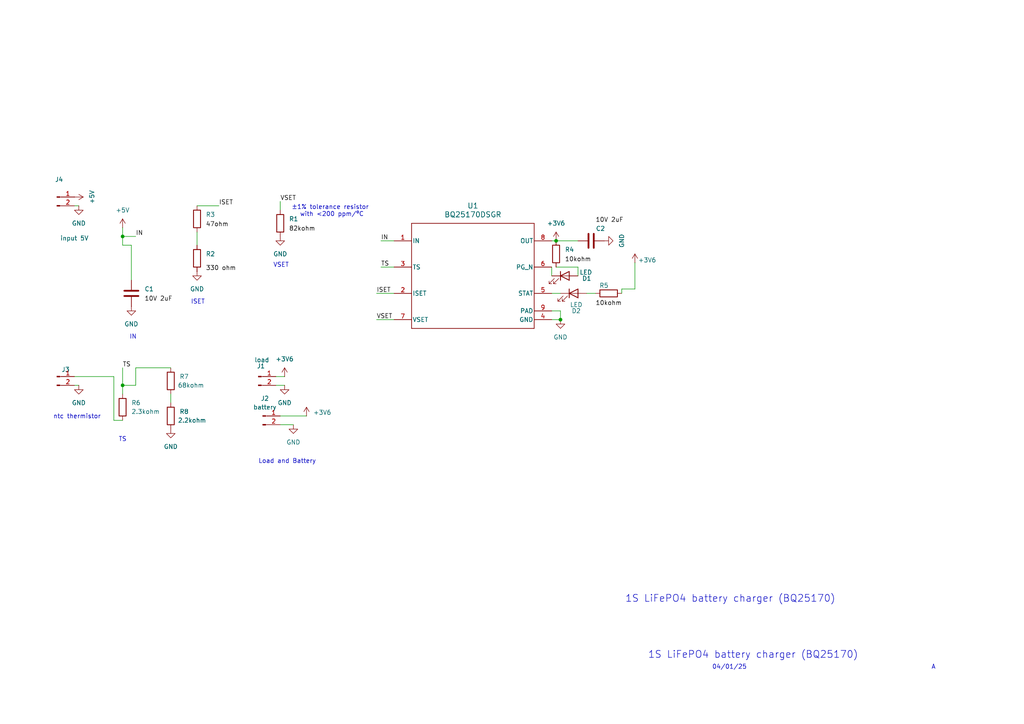
<source format=kicad_sch>
(kicad_sch
	(version 20250114)
	(generator "eeschema")
	(generator_version "9.0")
	(uuid "4e5bd02d-1634-42ed-9cbe-5a906c80cde4")
	(paper "A4")
	(lib_symbols
		(symbol "Connector:Conn_01x02_Pin"
			(pin_names
				(offset 1.016)
				(hide yes)
			)
			(exclude_from_sim no)
			(in_bom yes)
			(on_board yes)
			(property "Reference" "J"
				(at 0 2.54 0)
				(effects
					(font
						(size 1.27 1.27)
					)
				)
			)
			(property "Value" "Conn_01x02_Pin"
				(at 0 -5.08 0)
				(effects
					(font
						(size 1.27 1.27)
					)
				)
			)
			(property "Footprint" ""
				(at 0 0 0)
				(effects
					(font
						(size 1.27 1.27)
					)
					(hide yes)
				)
			)
			(property "Datasheet" "~"
				(at 0 0 0)
				(effects
					(font
						(size 1.27 1.27)
					)
					(hide yes)
				)
			)
			(property "Description" "Generic connector, single row, 01x02, script generated"
				(at 0 0 0)
				(effects
					(font
						(size 1.27 1.27)
					)
					(hide yes)
				)
			)
			(property "ki_locked" ""
				(at 0 0 0)
				(effects
					(font
						(size 1.27 1.27)
					)
				)
			)
			(property "ki_keywords" "connector"
				(at 0 0 0)
				(effects
					(font
						(size 1.27 1.27)
					)
					(hide yes)
				)
			)
			(property "ki_fp_filters" "Connector*:*_1x??_*"
				(at 0 0 0)
				(effects
					(font
						(size 1.27 1.27)
					)
					(hide yes)
				)
			)
			(symbol "Conn_01x02_Pin_1_1"
				(rectangle
					(start 0.8636 0.127)
					(end 0 -0.127)
					(stroke
						(width 0.1524)
						(type default)
					)
					(fill
						(type outline)
					)
				)
				(rectangle
					(start 0.8636 -2.413)
					(end 0 -2.667)
					(stroke
						(width 0.1524)
						(type default)
					)
					(fill
						(type outline)
					)
				)
				(polyline
					(pts
						(xy 1.27 0) (xy 0.8636 0)
					)
					(stroke
						(width 0.1524)
						(type default)
					)
					(fill
						(type none)
					)
				)
				(polyline
					(pts
						(xy 1.27 -2.54) (xy 0.8636 -2.54)
					)
					(stroke
						(width 0.1524)
						(type default)
					)
					(fill
						(type none)
					)
				)
				(pin passive line
					(at 5.08 0 180)
					(length 3.81)
					(name "Pin_1"
						(effects
							(font
								(size 1.27 1.27)
							)
						)
					)
					(number "1"
						(effects
							(font
								(size 1.27 1.27)
							)
						)
					)
				)
				(pin passive line
					(at 5.08 -2.54 180)
					(length 3.81)
					(name "Pin_2"
						(effects
							(font
								(size 1.27 1.27)
							)
						)
					)
					(number "2"
						(effects
							(font
								(size 1.27 1.27)
							)
						)
					)
				)
			)
			(embedded_fonts no)
		)
		(symbol "Device:C"
			(pin_numbers
				(hide yes)
			)
			(pin_names
				(offset 0.254)
			)
			(exclude_from_sim no)
			(in_bom yes)
			(on_board yes)
			(property "Reference" "C"
				(at 0.635 2.54 0)
				(effects
					(font
						(size 1.27 1.27)
					)
					(justify left)
				)
			)
			(property "Value" "C"
				(at 0.635 -2.54 0)
				(effects
					(font
						(size 1.27 1.27)
					)
					(justify left)
				)
			)
			(property "Footprint" ""
				(at 0.9652 -3.81 0)
				(effects
					(font
						(size 1.27 1.27)
					)
					(hide yes)
				)
			)
			(property "Datasheet" "~"
				(at 0 0 0)
				(effects
					(font
						(size 1.27 1.27)
					)
					(hide yes)
				)
			)
			(property "Description" "Unpolarized capacitor"
				(at 0 0 0)
				(effects
					(font
						(size 1.27 1.27)
					)
					(hide yes)
				)
			)
			(property "ki_keywords" "cap capacitor"
				(at 0 0 0)
				(effects
					(font
						(size 1.27 1.27)
					)
					(hide yes)
				)
			)
			(property "ki_fp_filters" "C_*"
				(at 0 0 0)
				(effects
					(font
						(size 1.27 1.27)
					)
					(hide yes)
				)
			)
			(symbol "C_0_1"
				(polyline
					(pts
						(xy -2.032 0.762) (xy 2.032 0.762)
					)
					(stroke
						(width 0.508)
						(type default)
					)
					(fill
						(type none)
					)
				)
				(polyline
					(pts
						(xy -2.032 -0.762) (xy 2.032 -0.762)
					)
					(stroke
						(width 0.508)
						(type default)
					)
					(fill
						(type none)
					)
				)
			)
			(symbol "C_1_1"
				(pin passive line
					(at 0 3.81 270)
					(length 2.794)
					(name "~"
						(effects
							(font
								(size 1.27 1.27)
							)
						)
					)
					(number "1"
						(effects
							(font
								(size 1.27 1.27)
							)
						)
					)
				)
				(pin passive line
					(at 0 -3.81 90)
					(length 2.794)
					(name "~"
						(effects
							(font
								(size 1.27 1.27)
							)
						)
					)
					(number "2"
						(effects
							(font
								(size 1.27 1.27)
							)
						)
					)
				)
			)
			(embedded_fonts no)
		)
		(symbol "Device:LED"
			(pin_numbers
				(hide yes)
			)
			(pin_names
				(offset 1.016)
				(hide yes)
			)
			(exclude_from_sim no)
			(in_bom yes)
			(on_board yes)
			(property "Reference" "D"
				(at 0 2.54 0)
				(effects
					(font
						(size 1.27 1.27)
					)
				)
			)
			(property "Value" "LED"
				(at 0 -2.54 0)
				(effects
					(font
						(size 1.27 1.27)
					)
				)
			)
			(property "Footprint" ""
				(at 0 0 0)
				(effects
					(font
						(size 1.27 1.27)
					)
					(hide yes)
				)
			)
			(property "Datasheet" "~"
				(at 0 0 0)
				(effects
					(font
						(size 1.27 1.27)
					)
					(hide yes)
				)
			)
			(property "Description" "Light emitting diode"
				(at 0 0 0)
				(effects
					(font
						(size 1.27 1.27)
					)
					(hide yes)
				)
			)
			(property "Sim.Pins" "1=K 2=A"
				(at 0 0 0)
				(effects
					(font
						(size 1.27 1.27)
					)
					(hide yes)
				)
			)
			(property "ki_keywords" "LED diode"
				(at 0 0 0)
				(effects
					(font
						(size 1.27 1.27)
					)
					(hide yes)
				)
			)
			(property "ki_fp_filters" "LED* LED_SMD:* LED_THT:*"
				(at 0 0 0)
				(effects
					(font
						(size 1.27 1.27)
					)
					(hide yes)
				)
			)
			(symbol "LED_0_1"
				(polyline
					(pts
						(xy -3.048 -0.762) (xy -4.572 -2.286) (xy -3.81 -2.286) (xy -4.572 -2.286) (xy -4.572 -1.524)
					)
					(stroke
						(width 0)
						(type default)
					)
					(fill
						(type none)
					)
				)
				(polyline
					(pts
						(xy -1.778 -0.762) (xy -3.302 -2.286) (xy -2.54 -2.286) (xy -3.302 -2.286) (xy -3.302 -1.524)
					)
					(stroke
						(width 0)
						(type default)
					)
					(fill
						(type none)
					)
				)
				(polyline
					(pts
						(xy -1.27 0) (xy 1.27 0)
					)
					(stroke
						(width 0)
						(type default)
					)
					(fill
						(type none)
					)
				)
				(polyline
					(pts
						(xy -1.27 -1.27) (xy -1.27 1.27)
					)
					(stroke
						(width 0.254)
						(type default)
					)
					(fill
						(type none)
					)
				)
				(polyline
					(pts
						(xy 1.27 -1.27) (xy 1.27 1.27) (xy -1.27 0) (xy 1.27 -1.27)
					)
					(stroke
						(width 0.254)
						(type default)
					)
					(fill
						(type none)
					)
				)
			)
			(symbol "LED_1_1"
				(pin passive line
					(at -3.81 0 0)
					(length 2.54)
					(name "K"
						(effects
							(font
								(size 1.27 1.27)
							)
						)
					)
					(number "1"
						(effects
							(font
								(size 1.27 1.27)
							)
						)
					)
				)
				(pin passive line
					(at 3.81 0 180)
					(length 2.54)
					(name "A"
						(effects
							(font
								(size 1.27 1.27)
							)
						)
					)
					(number "2"
						(effects
							(font
								(size 1.27 1.27)
							)
						)
					)
				)
			)
			(embedded_fonts no)
		)
		(symbol "Device:R"
			(pin_numbers
				(hide yes)
			)
			(pin_names
				(offset 0)
			)
			(exclude_from_sim no)
			(in_bom yes)
			(on_board yes)
			(property "Reference" "R"
				(at 2.032 0 90)
				(effects
					(font
						(size 1.27 1.27)
					)
				)
			)
			(property "Value" "R"
				(at 0 0 90)
				(effects
					(font
						(size 1.27 1.27)
					)
				)
			)
			(property "Footprint" ""
				(at -1.778 0 90)
				(effects
					(font
						(size 1.27 1.27)
					)
					(hide yes)
				)
			)
			(property "Datasheet" "~"
				(at 0 0 0)
				(effects
					(font
						(size 1.27 1.27)
					)
					(hide yes)
				)
			)
			(property "Description" "Resistor"
				(at 0 0 0)
				(effects
					(font
						(size 1.27 1.27)
					)
					(hide yes)
				)
			)
			(property "ki_keywords" "R res resistor"
				(at 0 0 0)
				(effects
					(font
						(size 1.27 1.27)
					)
					(hide yes)
				)
			)
			(property "ki_fp_filters" "R_*"
				(at 0 0 0)
				(effects
					(font
						(size 1.27 1.27)
					)
					(hide yes)
				)
			)
			(symbol "R_0_1"
				(rectangle
					(start -1.016 -2.54)
					(end 1.016 2.54)
					(stroke
						(width 0.254)
						(type default)
					)
					(fill
						(type none)
					)
				)
			)
			(symbol "R_1_1"
				(pin passive line
					(at 0 3.81 270)
					(length 1.27)
					(name "~"
						(effects
							(font
								(size 1.27 1.27)
							)
						)
					)
					(number "1"
						(effects
							(font
								(size 1.27 1.27)
							)
						)
					)
				)
				(pin passive line
					(at 0 -3.81 90)
					(length 1.27)
					(name "~"
						(effects
							(font
								(size 1.27 1.27)
							)
						)
					)
					(number "2"
						(effects
							(font
								(size 1.27 1.27)
							)
						)
					)
				)
			)
			(embedded_fonts no)
		)
		(symbol "bq25170:BQ25170DSGR"
			(pin_names
				(offset 0.254)
			)
			(exclude_from_sim no)
			(in_bom yes)
			(on_board yes)
			(property "Reference" "U"
				(at 0 2.54 0)
				(effects
					(font
						(size 1.524 1.524)
					)
				)
			)
			(property "Value" "BQ25170DSGR"
				(at 0 0 0)
				(effects
					(font
						(size 1.524 1.524)
					)
				)
			)
			(property "Footprint" "DSG0008A"
				(at 0 0 0)
				(effects
					(font
						(size 1.27 1.27)
						(italic yes)
					)
					(hide yes)
				)
			)
			(property "Datasheet" "https://www.ti.com/lit/gpn/bq25170"
				(at 0 0 0)
				(effects
					(font
						(size 1.27 1.27)
						(italic yes)
					)
					(hide yes)
				)
			)
			(property "Description" ""
				(at 0 0 0)
				(effects
					(font
						(size 1.27 1.27)
					)
					(hide yes)
				)
			)
			(property "ki_locked" ""
				(at 0 0 0)
				(effects
					(font
						(size 1.27 1.27)
					)
				)
			)
			(property "ki_keywords" "BQ25170DSGR"
				(at 0 0 0)
				(effects
					(font
						(size 1.27 1.27)
					)
					(hide yes)
				)
			)
			(property "ki_fp_filters" "DSG0008A DSG0008A_NV"
				(at 0 0 0)
				(effects
					(font
						(size 1.27 1.27)
					)
					(hide yes)
				)
			)
			(symbol "BQ25170DSGR_0_1"
				(polyline
					(pts
						(xy -17.78 15.24) (xy -17.78 -15.24)
					)
					(stroke
						(width 0.2032)
						(type default)
					)
					(fill
						(type none)
					)
				)
				(polyline
					(pts
						(xy -17.78 -15.24) (xy 17.78 -15.24)
					)
					(stroke
						(width 0.2032)
						(type default)
					)
					(fill
						(type none)
					)
				)
				(polyline
					(pts
						(xy 17.78 15.24) (xy -17.78 15.24)
					)
					(stroke
						(width 0.2032)
						(type default)
					)
					(fill
						(type none)
					)
				)
				(polyline
					(pts
						(xy 17.78 -15.24) (xy 17.78 15.24)
					)
					(stroke
						(width 0.2032)
						(type default)
					)
					(fill
						(type none)
					)
				)
				(pin power_in line
					(at -22.86 10.16 0)
					(length 5.08)
					(name "IN"
						(effects
							(font
								(size 1.27 1.27)
							)
						)
					)
					(number "1"
						(effects
							(font
								(size 1.27 1.27)
							)
						)
					)
				)
				(pin bidirectional line
					(at -22.86 2.54 0)
					(length 5.08)
					(name "TS"
						(effects
							(font
								(size 1.27 1.27)
							)
						)
					)
					(number "3"
						(effects
							(font
								(size 1.27 1.27)
							)
						)
					)
				)
				(pin input line
					(at -22.86 -5.08 0)
					(length 5.08)
					(name "ISET"
						(effects
							(font
								(size 1.27 1.27)
							)
						)
					)
					(number "2"
						(effects
							(font
								(size 1.27 1.27)
							)
						)
					)
				)
				(pin input line
					(at -22.86 -12.7 0)
					(length 5.08)
					(name "VSET"
						(effects
							(font
								(size 1.27 1.27)
							)
						)
					)
					(number "7"
						(effects
							(font
								(size 1.27 1.27)
							)
						)
					)
				)
				(pin output line
					(at 22.86 10.16 180)
					(length 5.08)
					(name "OUT"
						(effects
							(font
								(size 1.27 1.27)
							)
						)
					)
					(number "8"
						(effects
							(font
								(size 1.27 1.27)
							)
						)
					)
				)
				(pin output line
					(at 22.86 2.54 180)
					(length 5.08)
					(name "PG_N"
						(effects
							(font
								(size 1.27 1.27)
							)
						)
					)
					(number "6"
						(effects
							(font
								(size 1.27 1.27)
							)
						)
					)
				)
				(pin output line
					(at 22.86 -5.08 180)
					(length 5.08)
					(name "STAT"
						(effects
							(font
								(size 1.27 1.27)
							)
						)
					)
					(number "5"
						(effects
							(font
								(size 1.27 1.27)
							)
						)
					)
				)
				(pin power_in line
					(at 22.86 -10.16 180)
					(length 5.08)
					(name "PAD"
						(effects
							(font
								(size 1.27 1.27)
							)
						)
					)
					(number "9"
						(effects
							(font
								(size 1.27 1.27)
							)
						)
					)
				)
				(pin power_in line
					(at 22.86 -12.7 180)
					(length 5.08)
					(name "GND"
						(effects
							(font
								(size 1.27 1.27)
							)
						)
					)
					(number "4"
						(effects
							(font
								(size 1.27 1.27)
							)
						)
					)
				)
			)
			(embedded_fonts no)
		)
		(symbol "power:+3V3"
			(power)
			(pin_numbers
				(hide yes)
			)
			(pin_names
				(offset 0)
				(hide yes)
			)
			(exclude_from_sim no)
			(in_bom yes)
			(on_board yes)
			(property "Reference" "#PWR"
				(at 0 -3.81 0)
				(effects
					(font
						(size 1.27 1.27)
					)
					(hide yes)
				)
			)
			(property "Value" "+3V3"
				(at 0 3.556 0)
				(effects
					(font
						(size 1.27 1.27)
					)
				)
			)
			(property "Footprint" ""
				(at 0 0 0)
				(effects
					(font
						(size 1.27 1.27)
					)
					(hide yes)
				)
			)
			(property "Datasheet" ""
				(at 0 0 0)
				(effects
					(font
						(size 1.27 1.27)
					)
					(hide yes)
				)
			)
			(property "Description" "Power symbol creates a global label with name \"+3V3\""
				(at 0 0 0)
				(effects
					(font
						(size 1.27 1.27)
					)
					(hide yes)
				)
			)
			(property "ki_keywords" "global power"
				(at 0 0 0)
				(effects
					(font
						(size 1.27 1.27)
					)
					(hide yes)
				)
			)
			(symbol "+3V3_0_1"
				(polyline
					(pts
						(xy -0.762 1.27) (xy 0 2.54)
					)
					(stroke
						(width 0)
						(type default)
					)
					(fill
						(type none)
					)
				)
				(polyline
					(pts
						(xy 0 2.54) (xy 0.762 1.27)
					)
					(stroke
						(width 0)
						(type default)
					)
					(fill
						(type none)
					)
				)
				(polyline
					(pts
						(xy 0 0) (xy 0 2.54)
					)
					(stroke
						(width 0)
						(type default)
					)
					(fill
						(type none)
					)
				)
			)
			(symbol "+3V3_1_1"
				(pin power_in line
					(at 0 0 90)
					(length 0)
					(name "~"
						(effects
							(font
								(size 1.27 1.27)
							)
						)
					)
					(number "1"
						(effects
							(font
								(size 1.27 1.27)
							)
						)
					)
				)
			)
			(embedded_fonts no)
		)
		(symbol "power:+5V"
			(power)
			(pin_numbers
				(hide yes)
			)
			(pin_names
				(offset 0)
				(hide yes)
			)
			(exclude_from_sim no)
			(in_bom yes)
			(on_board yes)
			(property "Reference" "#PWR"
				(at 0 -3.81 0)
				(effects
					(font
						(size 1.27 1.27)
					)
					(hide yes)
				)
			)
			(property "Value" "+5V"
				(at 0 3.556 0)
				(effects
					(font
						(size 1.27 1.27)
					)
				)
			)
			(property "Footprint" ""
				(at 0 0 0)
				(effects
					(font
						(size 1.27 1.27)
					)
					(hide yes)
				)
			)
			(property "Datasheet" ""
				(at 0 0 0)
				(effects
					(font
						(size 1.27 1.27)
					)
					(hide yes)
				)
			)
			(property "Description" "Power symbol creates a global label with name \"+5V\""
				(at 0 0 0)
				(effects
					(font
						(size 1.27 1.27)
					)
					(hide yes)
				)
			)
			(property "ki_keywords" "global power"
				(at 0 0 0)
				(effects
					(font
						(size 1.27 1.27)
					)
					(hide yes)
				)
			)
			(symbol "+5V_0_1"
				(polyline
					(pts
						(xy -0.762 1.27) (xy 0 2.54)
					)
					(stroke
						(width 0)
						(type default)
					)
					(fill
						(type none)
					)
				)
				(polyline
					(pts
						(xy 0 2.54) (xy 0.762 1.27)
					)
					(stroke
						(width 0)
						(type default)
					)
					(fill
						(type none)
					)
				)
				(polyline
					(pts
						(xy 0 0) (xy 0 2.54)
					)
					(stroke
						(width 0)
						(type default)
					)
					(fill
						(type none)
					)
				)
			)
			(symbol "+5V_1_1"
				(pin power_in line
					(at 0 0 90)
					(length 0)
					(name "~"
						(effects
							(font
								(size 1.27 1.27)
							)
						)
					)
					(number "1"
						(effects
							(font
								(size 1.27 1.27)
							)
						)
					)
				)
			)
			(embedded_fonts no)
		)
		(symbol "power:GND"
			(power)
			(pin_numbers
				(hide yes)
			)
			(pin_names
				(offset 0)
				(hide yes)
			)
			(exclude_from_sim no)
			(in_bom yes)
			(on_board yes)
			(property "Reference" "#PWR"
				(at 0 -6.35 0)
				(effects
					(font
						(size 1.27 1.27)
					)
					(hide yes)
				)
			)
			(property "Value" "GND"
				(at 0 -3.81 0)
				(effects
					(font
						(size 1.27 1.27)
					)
				)
			)
			(property "Footprint" ""
				(at 0 0 0)
				(effects
					(font
						(size 1.27 1.27)
					)
					(hide yes)
				)
			)
			(property "Datasheet" ""
				(at 0 0 0)
				(effects
					(font
						(size 1.27 1.27)
					)
					(hide yes)
				)
			)
			(property "Description" "Power symbol creates a global label with name \"GND\" , ground"
				(at 0 0 0)
				(effects
					(font
						(size 1.27 1.27)
					)
					(hide yes)
				)
			)
			(property "ki_keywords" "global power"
				(at 0 0 0)
				(effects
					(font
						(size 1.27 1.27)
					)
					(hide yes)
				)
			)
			(symbol "GND_0_1"
				(polyline
					(pts
						(xy 0 0) (xy 0 -1.27) (xy 1.27 -1.27) (xy 0 -2.54) (xy -1.27 -1.27) (xy 0 -1.27)
					)
					(stroke
						(width 0)
						(type default)
					)
					(fill
						(type none)
					)
				)
			)
			(symbol "GND_1_1"
				(pin power_in line
					(at 0 0 270)
					(length 0)
					(name "~"
						(effects
							(font
								(size 1.27 1.27)
							)
						)
					)
					(number "1"
						(effects
							(font
								(size 1.27 1.27)
							)
						)
					)
				)
			)
			(embedded_fonts no)
		)
	)
	(text "VSET"
		(exclude_from_sim no)
		(at 81.534 76.962 0)
		(effects
			(font
				(size 1.27 1.27)
			)
		)
		(uuid "00cdca95-979e-4bf7-898a-a377374c7bce")
	)
	(text "±1% tolerance resistor \nwith <200 ppm/ºC"
		(exclude_from_sim no)
		(at 96.266 61.214 0)
		(effects
			(font
				(size 1.27 1.27)
			)
		)
		(uuid "0428908c-c8f1-4a10-b20a-6b1843b435c7")
	)
	(text "04/01/25"
		(exclude_from_sim no)
		(at 211.582 193.548 0)
		(effects
			(font
				(size 1.27 1.27)
			)
		)
		(uuid "21986a54-7d56-4ecc-9099-c9adf0da4685")
	)
	(text "IN"
		(exclude_from_sim no)
		(at 38.608 97.79 0)
		(effects
			(font
				(size 1.27 1.27)
			)
		)
		(uuid "2a51a818-caf9-4102-9eec-7ed5f9e6cedc")
	)
	(text "A"
		(exclude_from_sim no)
		(at 270.764 193.548 0)
		(effects
			(font
				(size 1.27 1.27)
			)
		)
		(uuid "5b1825ef-71de-487c-a570-3f02b24f415a")
	)
	(text "1S LiFePO4 battery charger (BQ25170)"
		(exclude_from_sim no)
		(at 211.836 173.736 0)
		(effects
			(font
				(size 2.032 2.032)
			)
		)
		(uuid "6c6890c1-ef89-4338-aaca-c7af47936322")
	)
	(text "Load and Battery"
		(exclude_from_sim no)
		(at 83.312 133.858 0)
		(effects
			(font
				(size 1.27 1.27)
			)
		)
		(uuid "a451711d-eda4-409b-b643-38b9d9df32fb")
	)
	(text "ntc thermistor"
		(exclude_from_sim no)
		(at 22.352 120.904 0)
		(effects
			(font
				(size 1.27 1.27)
			)
		)
		(uuid "a5bcd0c7-0b2a-443b-8ee6-6c7a9a1ec1e1")
	)
	(text "TS"
		(exclude_from_sim no)
		(at 35.56 127.508 0)
		(effects
			(font
				(size 1.27 1.27)
			)
		)
		(uuid "c0b7c29f-fbf5-4da8-a5d0-b30d0db8eb7b")
	)
	(text "ISET"
		(exclude_from_sim no)
		(at 57.404 87.63 0)
		(effects
			(font
				(size 1.27 1.27)
			)
		)
		(uuid "c8184f2b-431f-497e-81bd-dd4bafc07abe")
	)
	(text "1S LiFePO4 battery charger (BQ25170)"
		(exclude_from_sim no)
		(at 218.44 189.992 0)
		(effects
			(font
				(size 2.032 2.032)
			)
		)
		(uuid "ed5d9e2f-6210-4f69-a838-ee9269de99e9")
	)
	(junction
		(at 161.29 69.85)
		(diameter 0)
		(color 0 0 0 0)
		(uuid "0b7ca062-811c-4f27-b723-4a43fb7f5a34")
	)
	(junction
		(at 35.56 68.58)
		(diameter 0)
		(color 0 0 0 0)
		(uuid "22a18168-3b71-408b-b3ec-6192b7700098")
	)
	(junction
		(at 35.56 111.76)
		(diameter 0)
		(color 0 0 0 0)
		(uuid "63e5290f-8018-4562-8c7b-86be165ed85a")
	)
	(junction
		(at 162.56 92.71)
		(diameter 0)
		(color 0 0 0 0)
		(uuid "cbd3fa1e-9d77-4682-88ba-ad802f800d21")
	)
	(wire
		(pts
			(xy 33.02 109.22) (xy 21.59 109.22)
		)
		(stroke
			(width 0)
			(type default)
		)
		(uuid "0ad76ffd-1ea8-4c76-9e1e-e54fb9dec2c3")
	)
	(wire
		(pts
			(xy 21.59 59.69) (xy 22.86 59.69)
		)
		(stroke
			(width 0)
			(type default)
		)
		(uuid "0bf9f6b9-f57c-4a43-8858-38744bd0b88c")
	)
	(wire
		(pts
			(xy 162.56 90.17) (xy 162.56 92.71)
		)
		(stroke
			(width 0)
			(type default)
		)
		(uuid "0d349bd8-0477-46ae-9202-42d938c1742a")
	)
	(wire
		(pts
			(xy 38.1 71.12) (xy 38.1 81.28)
		)
		(stroke
			(width 0)
			(type default)
		)
		(uuid "100b585b-97b2-4209-b0e5-a3c34d744ddf")
	)
	(wire
		(pts
			(xy 35.56 121.92) (xy 33.02 121.92)
		)
		(stroke
			(width 0)
			(type default)
		)
		(uuid "17cd248b-f420-4d1d-9fbe-03ce12ed6a69")
	)
	(wire
		(pts
			(xy 33.02 109.22) (xy 33.02 121.92)
		)
		(stroke
			(width 0)
			(type default)
		)
		(uuid "1a10b43e-4a05-45c3-a8ce-41bcef2ad87a")
	)
	(wire
		(pts
			(xy 81.28 123.19) (xy 85.09 123.19)
		)
		(stroke
			(width 0)
			(type default)
		)
		(uuid "1ab6feec-428b-4fca-8f13-c2e01dbd00ea")
	)
	(wire
		(pts
			(xy 161.29 77.47) (xy 167.64 77.47)
		)
		(stroke
			(width 0)
			(type default)
		)
		(uuid "2c20e871-2039-441e-938c-2ff0a9c0dfea")
	)
	(wire
		(pts
			(xy 57.15 67.31) (xy 57.15 71.12)
		)
		(stroke
			(width 0)
			(type default)
		)
		(uuid "30b97a23-5225-4b44-8fad-105303a0bfc4")
	)
	(wire
		(pts
			(xy 160.02 69.85) (xy 161.29 69.85)
		)
		(stroke
			(width 0)
			(type default)
		)
		(uuid "3215d0e9-8353-4a6a-92a4-c17a438a39fc")
	)
	(wire
		(pts
			(xy 39.37 111.76) (xy 35.56 111.76)
		)
		(stroke
			(width 0)
			(type default)
		)
		(uuid "328cb143-6633-44c2-99aa-f08f36f0267c")
	)
	(wire
		(pts
			(xy 184.15 83.82) (xy 184.15 76.2)
		)
		(stroke
			(width 0)
			(type default)
		)
		(uuid "42bd3d4f-da9d-40e5-8798-60531a339482")
	)
	(wire
		(pts
			(xy 160.02 90.17) (xy 162.56 90.17)
		)
		(stroke
			(width 0)
			(type default)
		)
		(uuid "4468db01-e1f0-42e8-a02c-6a7b9f4a2216")
	)
	(wire
		(pts
			(xy 160.02 85.09) (xy 162.56 85.09)
		)
		(stroke
			(width 0)
			(type default)
		)
		(uuid "44b3b343-3b91-4069-b9e4-51a6bab6fb58")
	)
	(wire
		(pts
			(xy 110.49 77.47) (xy 114.3 77.47)
		)
		(stroke
			(width 0)
			(type default)
		)
		(uuid "49fa125b-560a-439b-95fa-901f42cd6e57")
	)
	(wire
		(pts
			(xy 167.64 77.47) (xy 167.64 80.01)
		)
		(stroke
			(width 0)
			(type default)
		)
		(uuid "4b76f08e-ae04-4520-b27f-7b840d0e4860")
	)
	(wire
		(pts
			(xy 35.56 111.76) (xy 35.56 114.3)
		)
		(stroke
			(width 0)
			(type default)
		)
		(uuid "4c7f6068-beeb-4320-be12-7826d8f165ae")
	)
	(wire
		(pts
			(xy 81.28 58.42) (xy 81.28 60.96)
		)
		(stroke
			(width 0)
			(type default)
		)
		(uuid "4d654c84-83e4-443a-aefd-4b11b0e9ab72")
	)
	(wire
		(pts
			(xy 180.34 83.82) (xy 184.15 83.82)
		)
		(stroke
			(width 0)
			(type default)
		)
		(uuid "6cfac512-1d07-43cd-8418-7fcbba808dd1")
	)
	(wire
		(pts
			(xy 35.56 68.58) (xy 39.37 68.58)
		)
		(stroke
			(width 0)
			(type default)
		)
		(uuid "70b9627b-8eec-46ba-8648-6651db4ef879")
	)
	(wire
		(pts
			(xy 49.53 114.3) (xy 49.53 116.84)
		)
		(stroke
			(width 0)
			(type default)
		)
		(uuid "7368c86a-6d62-4ee3-8221-601639db3719")
	)
	(wire
		(pts
			(xy 49.53 106.68) (xy 39.37 106.68)
		)
		(stroke
			(width 0)
			(type default)
		)
		(uuid "7b9db6be-ec1b-4225-9190-a1bfac2df474")
	)
	(wire
		(pts
			(xy 109.22 92.71) (xy 114.3 92.71)
		)
		(stroke
			(width 0)
			(type default)
		)
		(uuid "7dbd66d0-04ef-44dd-820e-f8467ec4c2da")
	)
	(wire
		(pts
			(xy 35.56 68.58) (xy 35.56 71.12)
		)
		(stroke
			(width 0)
			(type default)
		)
		(uuid "918f5554-4eee-4c3a-bd46-2d0bf47d2e36")
	)
	(wire
		(pts
			(xy 21.59 111.76) (xy 22.86 111.76)
		)
		(stroke
			(width 0)
			(type default)
		)
		(uuid "91e987da-02c9-4419-8fa5-9e52926534cb")
	)
	(wire
		(pts
			(xy 170.18 85.09) (xy 172.72 85.09)
		)
		(stroke
			(width 0)
			(type default)
		)
		(uuid "a742789b-5fcc-4749-9608-f6199a25e0cc")
	)
	(wire
		(pts
			(xy 80.01 109.22) (xy 82.55 109.22)
		)
		(stroke
			(width 0)
			(type default)
		)
		(uuid "a8858993-cc63-411f-b5f4-2121f8f0eafc")
	)
	(wire
		(pts
			(xy 81.28 120.65) (xy 88.9 120.65)
		)
		(stroke
			(width 0)
			(type default)
		)
		(uuid "b2632848-7285-42d2-8741-9ad7c1203979")
	)
	(wire
		(pts
			(xy 35.56 66.04) (xy 35.56 68.58)
		)
		(stroke
			(width 0)
			(type default)
		)
		(uuid "b5720fd9-d92c-4866-a93f-660ea511207c")
	)
	(wire
		(pts
			(xy 160.02 77.47) (xy 160.02 80.01)
		)
		(stroke
			(width 0)
			(type default)
		)
		(uuid "b965fabc-3d71-479c-a085-7e8bbd6b36ba")
	)
	(wire
		(pts
			(xy 39.37 106.68) (xy 39.37 111.76)
		)
		(stroke
			(width 0)
			(type default)
		)
		(uuid "bd5d7c1c-441f-4942-a446-b9b058917dbd")
	)
	(wire
		(pts
			(xy 109.22 85.09) (xy 114.3 85.09)
		)
		(stroke
			(width 0)
			(type default)
		)
		(uuid "c39c9e19-4328-4142-bfb3-d67338ac68c6")
	)
	(wire
		(pts
			(xy 160.02 92.71) (xy 162.56 92.71)
		)
		(stroke
			(width 0)
			(type default)
		)
		(uuid "c4b24da4-5574-47ad-98cf-a665b3638b07")
	)
	(wire
		(pts
			(xy 161.29 69.85) (xy 167.64 69.85)
		)
		(stroke
			(width 0)
			(type default)
		)
		(uuid "d4e70880-25c8-4a70-b060-560558053fd9")
	)
	(wire
		(pts
			(xy 35.56 106.68) (xy 35.56 111.76)
		)
		(stroke
			(width 0)
			(type default)
		)
		(uuid "d59b6d46-a69a-4325-8d23-ba09a5cf3153")
	)
	(wire
		(pts
			(xy 35.56 71.12) (xy 38.1 71.12)
		)
		(stroke
			(width 0)
			(type default)
		)
		(uuid "d5c3cafa-a116-45eb-8363-7cb6f5029aad")
	)
	(wire
		(pts
			(xy 180.34 85.09) (xy 180.34 83.82)
		)
		(stroke
			(width 0)
			(type default)
		)
		(uuid "d8ab4d0b-b79b-44ac-9486-ad8238ea91bd")
	)
	(wire
		(pts
			(xy 80.01 111.76) (xy 82.55 111.76)
		)
		(stroke
			(width 0)
			(type default)
		)
		(uuid "dc2716a1-e779-412d-b6fb-07e5ecccbaf5")
	)
	(wire
		(pts
			(xy 57.15 59.69) (xy 63.5 59.69)
		)
		(stroke
			(width 0)
			(type default)
		)
		(uuid "e13dbb51-d40f-45b7-977a-890613c6dac1")
	)
	(wire
		(pts
			(xy 110.49 69.85) (xy 114.3 69.85)
		)
		(stroke
			(width 0)
			(type default)
		)
		(uuid "fc2ff9c0-240f-440e-9594-a888170adc66")
	)
	(label "VSET"
		(at 81.28 58.42 0)
		(effects
			(font
				(size 1.27 1.27)
			)
			(justify left bottom)
		)
		(uuid "202992b5-f0c7-4f45-ab0f-9fe497e1533b")
	)
	(label "10V 2uF"
		(at 172.72 64.77 0)
		(effects
			(font
				(size 1.27 1.27)
			)
			(justify left bottom)
		)
		(uuid "2728e07d-db4a-4314-82ba-1a03aeea930d")
	)
	(label "10kohm"
		(at 172.72 88.9 0)
		(effects
			(font
				(size 1.27 1.27)
			)
			(justify left bottom)
		)
		(uuid "288f5f67-e082-4ae6-ba6b-2e54ba347c89")
	)
	(label "82kohm"
		(at 83.82 67.31 0)
		(effects
			(font
				(size 1.27 1.27)
			)
			(justify left bottom)
		)
		(uuid "446822ad-0bf6-4882-b011-7a54545e7315")
	)
	(label "10V 2uF"
		(at 41.91 87.63 0)
		(effects
			(font
				(size 1.27 1.27)
			)
			(justify left bottom)
		)
		(uuid "4a079215-a71c-4cbc-9ec7-de5f774487b2")
	)
	(label "330 ohm"
		(at 59.69 78.74 0)
		(effects
			(font
				(size 1.27 1.27)
			)
			(justify left bottom)
		)
		(uuid "4a9c7d52-1ada-469a-97f2-b933e4c0e93f")
	)
	(label "TS"
		(at 110.49 77.47 0)
		(effects
			(font
				(size 1.27 1.27)
			)
			(justify left bottom)
		)
		(uuid "5bab559a-26e6-4948-be62-77e197f8c85f")
	)
	(label "ISET"
		(at 109.22 85.09 0)
		(effects
			(font
				(size 1.27 1.27)
			)
			(justify left bottom)
		)
		(uuid "863c5df3-97e9-463f-a9dd-c28ec7806291")
	)
	(label "10kohm"
		(at 163.83 76.2 0)
		(effects
			(font
				(size 1.27 1.27)
			)
			(justify left bottom)
		)
		(uuid "9cf230f6-6afb-4d4a-89cf-7a4c8c25a446")
	)
	(label "IN"
		(at 110.49 69.85 0)
		(effects
			(font
				(size 1.27 1.27)
			)
			(justify left bottom)
		)
		(uuid "b8bfc856-c99f-4bce-8ae2-53e94c8a4448")
	)
	(label "47ohm"
		(at 59.69 66.04 0)
		(effects
			(font
				(size 1.27 1.27)
			)
			(justify left bottom)
		)
		(uuid "b90d4ffd-e2a8-427d-9482-0db4ff077dde")
	)
	(label "TS"
		(at 35.56 106.68 0)
		(effects
			(font
				(size 1.27 1.27)
			)
			(justify left bottom)
		)
		(uuid "c5e87038-e0a9-482c-9022-d33d1b126b21")
	)
	(label "VSET"
		(at 109.22 92.71 0)
		(effects
			(font
				(size 1.27 1.27)
			)
			(justify left bottom)
		)
		(uuid "d016c196-a5ee-4732-90bc-411ea1855b88")
	)
	(label "ISET"
		(at 63.5 59.69 0)
		(effects
			(font
				(size 1.27 1.27)
			)
			(justify left bottom)
		)
		(uuid "df1be07e-8c35-49ce-b4e2-1ab62f11ecca")
	)
	(label "IN"
		(at 39.37 68.58 0)
		(effects
			(font
				(size 1.27 1.27)
			)
			(justify left bottom)
		)
		(uuid "f02e9076-e627-4f94-a35b-7f965b7d8cf9")
	)
	(symbol
		(lib_id "Device:R")
		(at 81.28 64.77 0)
		(unit 1)
		(exclude_from_sim no)
		(in_bom yes)
		(on_board yes)
		(dnp no)
		(fields_autoplaced yes)
		(uuid "17400f3f-9aa8-4982-9b4c-e606c52ffb58")
		(property "Reference" "R1"
			(at 83.82 63.4999 0)
			(effects
				(font
					(size 1.27 1.27)
				)
				(justify left)
			)
		)
		(property "Value" "R"
			(at 83.82 66.0399 0)
			(effects
				(font
					(size 1.27 1.27)
				)
				(justify left)
				(hide yes)
			)
		)
		(property "Footprint" "Resistor_SMD:R_1206_3216Metric"
			(at 79.502 64.77 90)
			(effects
				(font
					(size 1.27 1.27)
				)
				(hide yes)
			)
		)
		(property "Datasheet" "~"
			(at 81.28 64.77 0)
			(effects
				(font
					(size 1.27 1.27)
				)
				(hide yes)
			)
		)
		(property "Description" "Resistor"
			(at 81.28 64.77 0)
			(effects
				(font
					(size 1.27 1.27)
				)
				(hide yes)
			)
		)
		(pin "1"
			(uuid "63a1570f-300f-47b4-ba42-e5820d59a952")
		)
		(pin "2"
			(uuid "517c7177-076a-4b7e-be08-0e05d40df7e7")
		)
		(instances
			(project ""
				(path "/4e5bd02d-1634-42ed-9cbe-5a906c80cde4"
					(reference "R1")
					(unit 1)
				)
			)
		)
	)
	(symbol
		(lib_id "power:+3V3")
		(at 82.55 109.22 0)
		(unit 1)
		(exclude_from_sim no)
		(in_bom yes)
		(on_board yes)
		(dnp no)
		(fields_autoplaced yes)
		(uuid "26b9ddad-04c7-4c31-8a5b-091996be71fc")
		(property "Reference" "#PWR015"
			(at 82.55 113.03 0)
			(effects
				(font
					(size 1.27 1.27)
				)
				(hide yes)
			)
		)
		(property "Value" "+3V6"
			(at 82.55 104.14 0)
			(effects
				(font
					(size 1.27 1.27)
				)
			)
		)
		(property "Footprint" ""
			(at 82.55 109.22 0)
			(effects
				(font
					(size 1.27 1.27)
				)
				(hide yes)
			)
		)
		(property "Datasheet" ""
			(at 82.55 109.22 0)
			(effects
				(font
					(size 1.27 1.27)
				)
				(hide yes)
			)
		)
		(property "Description" "Power symbol creates a global label with name \"+3V3\""
			(at 82.55 109.22 0)
			(effects
				(font
					(size 1.27 1.27)
				)
				(hide yes)
			)
		)
		(pin "1"
			(uuid "c610d719-894e-46a5-8548-401ed6a00973")
		)
		(instances
			(project "battery_circuit"
				(path "/4e5bd02d-1634-42ed-9cbe-5a906c80cde4"
					(reference "#PWR015")
					(unit 1)
				)
			)
		)
	)
	(symbol
		(lib_id "Device:C")
		(at 38.1 85.09 0)
		(unit 1)
		(exclude_from_sim no)
		(in_bom yes)
		(on_board yes)
		(dnp no)
		(fields_autoplaced yes)
		(uuid "288d59cd-9f7b-4dca-a62e-b54c844013ec")
		(property "Reference" "C1"
			(at 41.91 83.8199 0)
			(effects
				(font
					(size 1.27 1.27)
				)
				(justify left)
			)
		)
		(property "Value" "C"
			(at 41.91 86.3599 0)
			(effects
				(font
					(size 1.27 1.27)
				)
				(justify left)
				(hide yes)
			)
		)
		(property "Footprint" "Capacitor_SMD:C_0603_1608Metric"
			(at 39.0652 88.9 0)
			(effects
				(font
					(size 1.27 1.27)
				)
				(hide yes)
			)
		)
		(property "Datasheet" "~"
			(at 38.1 85.09 0)
			(effects
				(font
					(size 1.27 1.27)
				)
				(hide yes)
			)
		)
		(property "Description" "Unpolarized capacitor"
			(at 38.1 85.09 0)
			(effects
				(font
					(size 1.27 1.27)
				)
				(hide yes)
			)
		)
		(pin "1"
			(uuid "0a173b34-426e-49f3-86aa-210474ab06db")
		)
		(pin "2"
			(uuid "9c91e0f5-f8c8-450a-921b-8cafc27059d2")
		)
		(instances
			(project ""
				(path "/4e5bd02d-1634-42ed-9cbe-5a906c80cde4"
					(reference "C1")
					(unit 1)
				)
			)
		)
	)
	(symbol
		(lib_id "power:+5V")
		(at 21.59 57.15 270)
		(unit 1)
		(exclude_from_sim no)
		(in_bom yes)
		(on_board yes)
		(dnp no)
		(fields_autoplaced yes)
		(uuid "2d1f2fe1-f9f7-4bce-b210-7edbe06bc83f")
		(property "Reference" "#PWR04"
			(at 17.78 57.15 0)
			(effects
				(font
					(size 1.27 1.27)
				)
				(hide yes)
			)
		)
		(property "Value" "+5V"
			(at 26.67 57.15 0)
			(effects
				(font
					(size 1.27 1.27)
				)
			)
		)
		(property "Footprint" ""
			(at 21.59 57.15 0)
			(effects
				(font
					(size 1.27 1.27)
				)
				(hide yes)
			)
		)
		(property "Datasheet" ""
			(at 21.59 57.15 0)
			(effects
				(font
					(size 1.27 1.27)
				)
				(hide yes)
			)
		)
		(property "Description" "Power symbol creates a global label with name \"+5V\""
			(at 21.59 57.15 0)
			(effects
				(font
					(size 1.27 1.27)
				)
				(hide yes)
			)
		)
		(pin "1"
			(uuid "12b47d7d-57b6-419c-9c7b-b4e9f733c3a7")
		)
		(instances
			(project "battery_circuit"
				(path "/4e5bd02d-1634-42ed-9cbe-5a906c80cde4"
					(reference "#PWR04")
					(unit 1)
				)
			)
		)
	)
	(symbol
		(lib_id "Device:R")
		(at 57.15 63.5 0)
		(unit 1)
		(exclude_from_sim no)
		(in_bom yes)
		(on_board yes)
		(dnp no)
		(fields_autoplaced yes)
		(uuid "2e22c8a7-431b-42bd-826b-1c74b6962497")
		(property "Reference" "R3"
			(at 59.69 62.2299 0)
			(effects
				(font
					(size 1.27 1.27)
				)
				(justify left)
			)
		)
		(property "Value" "R"
			(at 59.69 64.7699 0)
			(effects
				(font
					(size 1.27 1.27)
				)
				(justify left)
				(hide yes)
			)
		)
		(property "Footprint" "Resistor_SMD:R_2010_5025Metric_Pad1.40x2.65mm_HandSolder"
			(at 55.372 63.5 90)
			(effects
				(font
					(size 1.27 1.27)
				)
				(hide yes)
			)
		)
		(property "Datasheet" "~"
			(at 57.15 63.5 0)
			(effects
				(font
					(size 1.27 1.27)
				)
				(hide yes)
			)
		)
		(property "Description" "Resistor"
			(at 57.15 63.5 0)
			(effects
				(font
					(size 1.27 1.27)
				)
				(hide yes)
			)
		)
		(pin "2"
			(uuid "ed380dbf-8ec9-4a2f-874b-d28920cbf592")
		)
		(pin "1"
			(uuid "8017b98c-9f00-4c77-9a09-ea24fecc9a70")
		)
		(instances
			(project ""
				(path "/4e5bd02d-1634-42ed-9cbe-5a906c80cde4"
					(reference "R3")
					(unit 1)
				)
			)
		)
	)
	(symbol
		(lib_id "Device:R")
		(at 176.53 85.09 90)
		(unit 1)
		(exclude_from_sim no)
		(in_bom yes)
		(on_board yes)
		(dnp no)
		(uuid "310cccbd-8a70-4fd8-a805-46aecdcc7ba6")
		(property "Reference" "R5"
			(at 176.53 82.804 90)
			(effects
				(font
					(size 1.27 1.27)
				)
				(justify left)
			)
		)
		(property "Value" "R"
			(at 177.7999 82.55 0)
			(effects
				(font
					(size 1.27 1.27)
				)
				(justify left)
				(hide yes)
			)
		)
		(property "Footprint" "Resistor_THT:R_Axial_DIN0204_L3.6mm_D1.6mm_P2.54mm_Vertical"
			(at 176.53 86.868 90)
			(effects
				(font
					(size 1.27 1.27)
				)
				(hide yes)
			)
		)
		(property "Datasheet" "~"
			(at 176.53 85.09 0)
			(effects
				(font
					(size 1.27 1.27)
				)
				(hide yes)
			)
		)
		(property "Description" "Resistor"
			(at 176.53 85.09 0)
			(effects
				(font
					(size 1.27 1.27)
				)
				(hide yes)
			)
		)
		(pin "1"
			(uuid "f7b5cfc8-c717-452a-99cb-4418abd44e5a")
		)
		(pin "2"
			(uuid "fb95e76d-e377-46db-8e80-b4e5e83afc45")
		)
		(instances
			(project ""
				(path "/4e5bd02d-1634-42ed-9cbe-5a906c80cde4"
					(reference "R5")
					(unit 1)
				)
			)
		)
	)
	(symbol
		(lib_id "power:GND")
		(at 22.86 111.76 0)
		(unit 1)
		(exclude_from_sim no)
		(in_bom yes)
		(on_board yes)
		(dnp no)
		(fields_autoplaced yes)
		(uuid "31e3a444-99f8-40a4-8de6-9e79c70dbb7c")
		(property "Reference" "#PWR011"
			(at 22.86 118.11 0)
			(effects
				(font
					(size 1.27 1.27)
				)
				(hide yes)
			)
		)
		(property "Value" "GND"
			(at 22.86 116.84 0)
			(effects
				(font
					(size 1.27 1.27)
				)
			)
		)
		(property "Footprint" ""
			(at 22.86 111.76 0)
			(effects
				(font
					(size 1.27 1.27)
				)
				(hide yes)
			)
		)
		(property "Datasheet" ""
			(at 22.86 111.76 0)
			(effects
				(font
					(size 1.27 1.27)
				)
				(hide yes)
			)
		)
		(property "Description" "Power symbol creates a global label with name \"GND\" , ground"
			(at 22.86 111.76 0)
			(effects
				(font
					(size 1.27 1.27)
				)
				(hide yes)
			)
		)
		(pin "1"
			(uuid "37cbd609-b792-48d4-a4cb-1db2f2a2a233")
		)
		(instances
			(project "battery_circuit"
				(path "/4e5bd02d-1634-42ed-9cbe-5a906c80cde4"
					(reference "#PWR011")
					(unit 1)
				)
			)
		)
	)
	(symbol
		(lib_id "power:+5V")
		(at 35.56 66.04 0)
		(unit 1)
		(exclude_from_sim no)
		(in_bom yes)
		(on_board yes)
		(dnp no)
		(fields_autoplaced yes)
		(uuid "4d76e169-03aa-4345-b89c-13e2c812d49d")
		(property "Reference" "#PWR01"
			(at 35.56 69.85 0)
			(effects
				(font
					(size 1.27 1.27)
				)
				(hide yes)
			)
		)
		(property "Value" "+5V"
			(at 35.56 60.96 0)
			(effects
				(font
					(size 1.27 1.27)
				)
			)
		)
		(property "Footprint" ""
			(at 35.56 66.04 0)
			(effects
				(font
					(size 1.27 1.27)
				)
				(hide yes)
			)
		)
		(property "Datasheet" ""
			(at 35.56 66.04 0)
			(effects
				(font
					(size 1.27 1.27)
				)
				(hide yes)
			)
		)
		(property "Description" "Power symbol creates a global label with name \"+5V\""
			(at 35.56 66.04 0)
			(effects
				(font
					(size 1.27 1.27)
				)
				(hide yes)
			)
		)
		(pin "1"
			(uuid "4c4ed864-558f-44d4-939e-aa95f6816f9d")
		)
		(instances
			(project ""
				(path "/4e5bd02d-1634-42ed-9cbe-5a906c80cde4"
					(reference "#PWR01")
					(unit 1)
				)
			)
		)
	)
	(symbol
		(lib_id "Device:C")
		(at 171.45 69.85 90)
		(unit 1)
		(exclude_from_sim no)
		(in_bom yes)
		(on_board yes)
		(dnp no)
		(uuid "5ba895df-d2cc-4782-b6ce-de9e4eeaa06e")
		(property "Reference" "C2"
			(at 175.514 66.294 90)
			(effects
				(font
					(size 1.27 1.27)
				)
				(justify left)
			)
		)
		(property "Value" "C"
			(at 172.7199 66.04 0)
			(effects
				(font
					(size 1.27 1.27)
				)
				(justify left)
				(hide yes)
			)
		)
		(property "Footprint" "Capacitor_SMD:C_0603_1608Metric"
			(at 175.26 68.8848 0)
			(effects
				(font
					(size 1.27 1.27)
				)
				(hide yes)
			)
		)
		(property "Datasheet" "~"
			(at 171.45 69.85 0)
			(effects
				(font
					(size 1.27 1.27)
				)
				(hide yes)
			)
		)
		(property "Description" "Unpolarized capacitor"
			(at 171.45 69.85 0)
			(effects
				(font
					(size 1.27 1.27)
				)
				(hide yes)
			)
		)
		(pin "1"
			(uuid "7877af59-f4d0-482f-b801-16573c8f59b9")
		)
		(pin "2"
			(uuid "ea40b58e-9114-4a1b-b3f6-1e07f44c0bbe")
		)
		(instances
			(project "battery_circuit"
				(path "/4e5bd02d-1634-42ed-9cbe-5a906c80cde4"
					(reference "C2")
					(unit 1)
				)
			)
		)
	)
	(symbol
		(lib_id "bq25170:BQ25170DSGR")
		(at 137.16 80.01 0)
		(unit 1)
		(exclude_from_sim no)
		(in_bom yes)
		(on_board yes)
		(dnp no)
		(fields_autoplaced yes)
		(uuid "614d0482-4813-46a7-a61d-d210ef92bc74")
		(property "Reference" "U1"
			(at 137.16 59.69 0)
			(effects
				(font
					(size 1.524 1.524)
				)
			)
		)
		(property "Value" "BQ25170DSGR"
			(at 137.16 62.23 0)
			(effects
				(font
					(size 1.524 1.524)
				)
			)
		)
		(property "Footprint" "DSG0008A"
			(at 137.16 80.01 0)
			(effects
				(font
					(size 1.27 1.27)
					(italic yes)
				)
				(hide yes)
			)
		)
		(property "Datasheet" "https://www.ti.com/lit/gpn/bq25170"
			(at 137.16 80.01 0)
			(effects
				(font
					(size 1.27 1.27)
					(italic yes)
				)
				(hide yes)
			)
		)
		(property "Description" ""
			(at 137.16 80.01 0)
			(effects
				(font
					(size 1.27 1.27)
				)
				(hide yes)
			)
		)
		(pin "7"
			(uuid "8c223814-20f9-44bd-945c-3daf024ce3be")
		)
		(pin "1"
			(uuid "adc2ecd2-7d89-4438-80cc-6434ded9148a")
		)
		(pin "3"
			(uuid "389b3726-e162-4271-9c6d-57ac48196810")
		)
		(pin "2"
			(uuid "871dbc97-04fc-4d8d-97a7-4d70847d72bf")
		)
		(pin "5"
			(uuid "d1a9698f-bd1c-44e8-81a0-fab99c5c116f")
		)
		(pin "9"
			(uuid "cc0ccd76-c42b-4eef-915c-9dd4efa69d48")
		)
		(pin "4"
			(uuid "030aecf4-6d4f-4d96-83bc-e080fb5a6ff4")
		)
		(pin "8"
			(uuid "3b79ede6-2921-45a3-ba10-05c46edc35f8")
		)
		(pin "6"
			(uuid "cb074c4c-2bcf-44f1-bf2c-cc7111a995e3")
		)
		(instances
			(project ""
				(path "/4e5bd02d-1634-42ed-9cbe-5a906c80cde4"
					(reference "U1")
					(unit 1)
				)
			)
		)
	)
	(symbol
		(lib_id "Device:LED")
		(at 166.37 85.09 0)
		(unit 1)
		(exclude_from_sim no)
		(in_bom yes)
		(on_board yes)
		(dnp no)
		(uuid "62f6cae2-83f6-4257-9b94-65e0c42620a7")
		(property "Reference" "D2"
			(at 167.132 90.17 0)
			(effects
				(font
					(size 1.27 1.27)
				)
			)
		)
		(property "Value" "LED"
			(at 167.132 88.392 0)
			(effects
				(font
					(size 1.27 1.27)
				)
			)
		)
		(property "Footprint" "LED_SMD:LED_0805_2012Metric_Pad1.15x1.40mm_HandSolder"
			(at 166.37 85.09 0)
			(effects
				(font
					(size 1.27 1.27)
				)
				(hide yes)
			)
		)
		(property "Datasheet" "~"
			(at 166.37 85.09 0)
			(effects
				(font
					(size 1.27 1.27)
				)
				(hide yes)
			)
		)
		(property "Description" "Light emitting diode"
			(at 166.37 85.09 0)
			(effects
				(font
					(size 1.27 1.27)
				)
				(hide yes)
			)
		)
		(property "Sim.Pins" "1=K 2=A"
			(at 166.37 85.09 0)
			(effects
				(font
					(size 1.27 1.27)
				)
				(hide yes)
			)
		)
		(pin "1"
			(uuid "b1da10f3-8c1d-48c9-8933-c966c348adb5")
		)
		(pin "2"
			(uuid "efb282af-333c-407f-ae20-0b210e1b8816")
		)
		(instances
			(project "battery_circuit"
				(path "/4e5bd02d-1634-42ed-9cbe-5a906c80cde4"
					(reference "D2")
					(unit 1)
				)
			)
		)
	)
	(symbol
		(lib_id "power:+3V3")
		(at 184.15 76.2 0)
		(unit 1)
		(exclude_from_sim no)
		(in_bom yes)
		(on_board yes)
		(dnp no)
		(uuid "7b1c15c8-4c2b-4e43-bbe3-e3ce7a60aee6")
		(property "Reference" "#PWR013"
			(at 184.15 80.01 0)
			(effects
				(font
					(size 1.27 1.27)
				)
				(hide yes)
			)
		)
		(property "Value" "+3V6"
			(at 187.706 75.438 0)
			(effects
				(font
					(size 1.27 1.27)
				)
			)
		)
		(property "Footprint" ""
			(at 184.15 76.2 0)
			(effects
				(font
					(size 1.27 1.27)
				)
				(hide yes)
			)
		)
		(property "Datasheet" ""
			(at 184.15 76.2 0)
			(effects
				(font
					(size 1.27 1.27)
				)
				(hide yes)
			)
		)
		(property "Description" "Power symbol creates a global label with name \"+3V3\""
			(at 184.15 76.2 0)
			(effects
				(font
					(size 1.27 1.27)
				)
				(hide yes)
			)
		)
		(pin "1"
			(uuid "dd6a4d29-56b6-46b5-9abd-791d463d4a8e")
		)
		(instances
			(project "battery_circuit"
				(path "/4e5bd02d-1634-42ed-9cbe-5a906c80cde4"
					(reference "#PWR013")
					(unit 1)
				)
			)
		)
	)
	(symbol
		(lib_id "power:GND")
		(at 38.1 88.9 0)
		(unit 1)
		(exclude_from_sim no)
		(in_bom yes)
		(on_board yes)
		(dnp no)
		(fields_autoplaced yes)
		(uuid "7cb6e1c1-986f-4935-980e-4b6d1a18c738")
		(property "Reference" "#PWR06"
			(at 38.1 95.25 0)
			(effects
				(font
					(size 1.27 1.27)
				)
				(hide yes)
			)
		)
		(property "Value" "GND"
			(at 38.1 93.98 0)
			(effects
				(font
					(size 1.27 1.27)
				)
			)
		)
		(property "Footprint" ""
			(at 38.1 88.9 0)
			(effects
				(font
					(size 1.27 1.27)
				)
				(hide yes)
			)
		)
		(property "Datasheet" ""
			(at 38.1 88.9 0)
			(effects
				(font
					(size 1.27 1.27)
				)
				(hide yes)
			)
		)
		(property "Description" "Power symbol creates a global label with name \"GND\" , ground"
			(at 38.1 88.9 0)
			(effects
				(font
					(size 1.27 1.27)
				)
				(hide yes)
			)
		)
		(pin "1"
			(uuid "5fabd357-ed99-4910-8eaf-0c632a65f38d")
		)
		(instances
			(project "battery_circuit"
				(path "/4e5bd02d-1634-42ed-9cbe-5a906c80cde4"
					(reference "#PWR06")
					(unit 1)
				)
			)
		)
	)
	(symbol
		(lib_id "power:+3V3")
		(at 161.29 69.85 0)
		(unit 1)
		(exclude_from_sim no)
		(in_bom yes)
		(on_board yes)
		(dnp no)
		(fields_autoplaced yes)
		(uuid "7f7efe37-4450-4222-9bc7-82cffe8f750c")
		(property "Reference" "#PWR03"
			(at 161.29 73.66 0)
			(effects
				(font
					(size 1.27 1.27)
				)
				(hide yes)
			)
		)
		(property "Value" "+3V6"
			(at 161.29 64.77 0)
			(effects
				(font
					(size 1.27 1.27)
				)
			)
		)
		(property "Footprint" ""
			(at 161.29 69.85 0)
			(effects
				(font
					(size 1.27 1.27)
				)
				(hide yes)
			)
		)
		(property "Datasheet" ""
			(at 161.29 69.85 0)
			(effects
				(font
					(size 1.27 1.27)
				)
				(hide yes)
			)
		)
		(property "Description" "Power symbol creates a global label with name \"+3V3\""
			(at 161.29 69.85 0)
			(effects
				(font
					(size 1.27 1.27)
				)
				(hide yes)
			)
		)
		(pin "1"
			(uuid "5d35ee68-1c03-4c82-bec4-38d818e9ba89")
		)
		(instances
			(project ""
				(path "/4e5bd02d-1634-42ed-9cbe-5a906c80cde4"
					(reference "#PWR03")
					(unit 1)
				)
			)
		)
	)
	(symbol
		(lib_id "Device:R")
		(at 49.53 110.49 0)
		(unit 1)
		(exclude_from_sim no)
		(in_bom yes)
		(on_board yes)
		(dnp no)
		(uuid "8d3c405e-c49c-4b08-acb5-5b77f3b93cb5")
		(property "Reference" "R7"
			(at 52.07 109.2199 0)
			(effects
				(font
					(size 1.27 1.27)
				)
				(justify left)
			)
		)
		(property "Value" "68kohm"
			(at 51.562 111.76 0)
			(effects
				(font
					(size 1.27 1.27)
				)
				(justify left)
			)
		)
		(property "Footprint" "Resistor_THT:R_Axial_DIN0309_L9.0mm_D3.2mm_P12.70mm_Horizontal"
			(at 47.752 110.49 90)
			(effects
				(font
					(size 1.27 1.27)
				)
				(hide yes)
			)
		)
		(property "Datasheet" "~"
			(at 49.53 110.49 0)
			(effects
				(font
					(size 1.27 1.27)
				)
				(hide yes)
			)
		)
		(property "Description" "Resistor"
			(at 49.53 110.49 0)
			(effects
				(font
					(size 1.27 1.27)
				)
				(hide yes)
			)
		)
		(pin "1"
			(uuid "38e481b6-b30e-4b9e-91b4-21e31c9d8305")
		)
		(pin "2"
			(uuid "1888017b-3ce7-4b6c-823e-34096c8a752a")
		)
		(instances
			(project ""
				(path "/4e5bd02d-1634-42ed-9cbe-5a906c80cde4"
					(reference "R7")
					(unit 1)
				)
			)
		)
	)
	(symbol
		(lib_id "Connector:Conn_01x02_Pin")
		(at 16.51 57.15 0)
		(unit 1)
		(exclude_from_sim no)
		(in_bom yes)
		(on_board yes)
		(dnp no)
		(uuid "90e1c163-c470-45c5-a7ee-89e26e0c4dd9")
		(property "Reference" "J4"
			(at 17.145 52.07 0)
			(effects
				(font
					(size 1.27 1.27)
				)
			)
		)
		(property "Value" "input 5V"
			(at 21.59 69.088 0)
			(effects
				(font
					(size 1.27 1.27)
				)
			)
		)
		(property "Footprint" "Connector_PinHeader_1.27mm:PinHeader_1x02_P1.27mm_Vertical"
			(at 16.51 57.15 0)
			(effects
				(font
					(size 1.27 1.27)
				)
				(hide yes)
			)
		)
		(property "Datasheet" "~"
			(at 16.51 57.15 0)
			(effects
				(font
					(size 1.27 1.27)
				)
				(hide yes)
			)
		)
		(property "Description" "Generic connector, single row, 01x02, script generated"
			(at 16.51 57.15 0)
			(effects
				(font
					(size 1.27 1.27)
				)
				(hide yes)
			)
		)
		(pin "1"
			(uuid "feae222e-8326-4787-a3d8-c879f96bc437")
		)
		(pin "2"
			(uuid "6537c740-19a8-4172-951b-18391a9a8d97")
		)
		(instances
			(project "battery_circuit"
				(path "/4e5bd02d-1634-42ed-9cbe-5a906c80cde4"
					(reference "J4")
					(unit 1)
				)
			)
		)
	)
	(symbol
		(lib_id "Device:R")
		(at 49.53 120.65 0)
		(unit 1)
		(exclude_from_sim no)
		(in_bom yes)
		(on_board yes)
		(dnp no)
		(uuid "977abd68-3d7f-4d73-b53a-bfb8d565f0bd")
		(property "Reference" "R8"
			(at 52.07 119.3799 0)
			(effects
				(font
					(size 1.27 1.27)
				)
				(justify left)
			)
		)
		(property "Value" "2.2kohm"
			(at 51.562 121.92 0)
			(effects
				(font
					(size 1.27 1.27)
				)
				(justify left)
			)
		)
		(property "Footprint" "Resistor_THT:R_Axial_DIN0309_L9.0mm_D3.2mm_P12.70mm_Horizontal"
			(at 47.752 120.65 90)
			(effects
				(font
					(size 1.27 1.27)
				)
				(hide yes)
			)
		)
		(property "Datasheet" "~"
			(at 49.53 120.65 0)
			(effects
				(font
					(size 1.27 1.27)
				)
				(hide yes)
			)
		)
		(property "Description" "Resistor"
			(at 49.53 120.65 0)
			(effects
				(font
					(size 1.27 1.27)
				)
				(hide yes)
			)
		)
		(pin "1"
			(uuid "9c448567-b3aa-49a6-9143-bdf6cfce7628")
		)
		(pin "2"
			(uuid "40c0e97f-a8eb-46cc-aad8-234420679551")
		)
		(instances
			(project "battery_circuit"
				(path "/4e5bd02d-1634-42ed-9cbe-5a906c80cde4"
					(reference "R8")
					(unit 1)
				)
			)
		)
	)
	(symbol
		(lib_id "power:GND")
		(at 57.15 78.74 0)
		(unit 1)
		(exclude_from_sim no)
		(in_bom yes)
		(on_board yes)
		(dnp no)
		(fields_autoplaced yes)
		(uuid "9b40945f-2f82-4763-a5cb-e2a9f4d9fa9f")
		(property "Reference" "#PWR07"
			(at 57.15 85.09 0)
			(effects
				(font
					(size 1.27 1.27)
				)
				(hide yes)
			)
		)
		(property "Value" "GND"
			(at 57.15 83.82 0)
			(effects
				(font
					(size 1.27 1.27)
				)
			)
		)
		(property "Footprint" ""
			(at 57.15 78.74 0)
			(effects
				(font
					(size 1.27 1.27)
				)
				(hide yes)
			)
		)
		(property "Datasheet" ""
			(at 57.15 78.74 0)
			(effects
				(font
					(size 1.27 1.27)
				)
				(hide yes)
			)
		)
		(property "Description" "Power symbol creates a global label with name \"GND\" , ground"
			(at 57.15 78.74 0)
			(effects
				(font
					(size 1.27 1.27)
				)
				(hide yes)
			)
		)
		(pin "1"
			(uuid "698884fa-3f57-4892-bc5f-1b8feddcb6d5")
		)
		(instances
			(project "battery_circuit"
				(path "/4e5bd02d-1634-42ed-9cbe-5a906c80cde4"
					(reference "#PWR07")
					(unit 1)
				)
			)
		)
	)
	(symbol
		(lib_id "power:GND")
		(at 85.09 123.19 0)
		(unit 1)
		(exclude_from_sim no)
		(in_bom yes)
		(on_board yes)
		(dnp no)
		(fields_autoplaced yes)
		(uuid "ac2eee31-34e4-49f7-8090-cfb71b6bc6f5")
		(property "Reference" "#PWR012"
			(at 85.09 129.54 0)
			(effects
				(font
					(size 1.27 1.27)
				)
				(hide yes)
			)
		)
		(property "Value" "GND"
			(at 85.09 128.27 0)
			(effects
				(font
					(size 1.27 1.27)
				)
			)
		)
		(property "Footprint" ""
			(at 85.09 123.19 0)
			(effects
				(font
					(size 1.27 1.27)
				)
				(hide yes)
			)
		)
		(property "Datasheet" ""
			(at 85.09 123.19 0)
			(effects
				(font
					(size 1.27 1.27)
				)
				(hide yes)
			)
		)
		(property "Description" "Power symbol creates a global label with name \"GND\" , ground"
			(at 85.09 123.19 0)
			(effects
				(font
					(size 1.27 1.27)
				)
				(hide yes)
			)
		)
		(pin "1"
			(uuid "7ffa258c-2d3e-497d-9052-c581c308d4d3")
		)
		(instances
			(project "battery_circuit"
				(path "/4e5bd02d-1634-42ed-9cbe-5a906c80cde4"
					(reference "#PWR012")
					(unit 1)
				)
			)
		)
	)
	(symbol
		(lib_id "Device:R")
		(at 161.29 73.66 0)
		(unit 1)
		(exclude_from_sim no)
		(in_bom yes)
		(on_board yes)
		(dnp no)
		(fields_autoplaced yes)
		(uuid "ac706e84-6f17-4fff-a7b0-c65c1cd667cc")
		(property "Reference" "R4"
			(at 163.83 72.3899 0)
			(effects
				(font
					(size 1.27 1.27)
				)
				(justify left)
			)
		)
		(property "Value" "R"
			(at 163.83 74.9299 0)
			(effects
				(font
					(size 1.27 1.27)
				)
				(justify left)
				(hide yes)
			)
		)
		(property "Footprint" "Resistor_THT:R_Axial_DIN0204_L3.6mm_D1.6mm_P2.54mm_Vertical"
			(at 159.512 73.66 90)
			(effects
				(font
					(size 1.27 1.27)
				)
				(hide yes)
			)
		)
		(property "Datasheet" "~"
			(at 161.29 73.66 0)
			(effects
				(font
					(size 1.27 1.27)
				)
				(hide yes)
			)
		)
		(property "Description" "Resistor"
			(at 161.29 73.66 0)
			(effects
				(font
					(size 1.27 1.27)
				)
				(hide yes)
			)
		)
		(pin "2"
			(uuid "1a7bd17f-88c7-42e6-9b90-265eaceed27c")
		)
		(pin "1"
			(uuid "ad6c537f-30e5-4d27-b9cc-779eeaca50aa")
		)
		(instances
			(project ""
				(path "/4e5bd02d-1634-42ed-9cbe-5a906c80cde4"
					(reference "R4")
					(unit 1)
				)
			)
		)
	)
	(symbol
		(lib_id "Connector:Conn_01x02_Pin")
		(at 16.51 109.22 0)
		(unit 1)
		(exclude_from_sim no)
		(in_bom yes)
		(on_board yes)
		(dnp no)
		(uuid "b01a81c8-6390-4047-9fd4-fe376a96dbb5")
		(property "Reference" "J3"
			(at 19.05 107.188 0)
			(effects
				(font
					(size 1.27 1.27)
				)
			)
		)
		(property "Value" "input 5V"
			(at 21.59 121.158 0)
			(effects
				(font
					(size 1.27 1.27)
				)
				(hide yes)
			)
		)
		(property "Footprint" "Connector_PinHeader_1.27mm:PinHeader_1x02_P1.27mm_Vertical"
			(at 16.51 109.22 0)
			(effects
				(font
					(size 1.27 1.27)
				)
				(hide yes)
			)
		)
		(property "Datasheet" "~"
			(at 16.51 109.22 0)
			(effects
				(font
					(size 1.27 1.27)
				)
				(hide yes)
			)
		)
		(property "Description" "Generic connector, single row, 01x02, script generated"
			(at 16.51 109.22 0)
			(effects
				(font
					(size 1.27 1.27)
				)
				(hide yes)
			)
		)
		(pin "1"
			(uuid "9865dec7-f64a-494c-beac-b5b7c687129d")
		)
		(pin "2"
			(uuid "99b9f1de-905f-48e0-99ad-ee138200bef6")
		)
		(instances
			(project "battery_circuit"
				(path "/4e5bd02d-1634-42ed-9cbe-5a906c80cde4"
					(reference "J3")
					(unit 1)
				)
			)
		)
	)
	(symbol
		(lib_id "power:GND")
		(at 175.26 69.85 90)
		(unit 1)
		(exclude_from_sim no)
		(in_bom yes)
		(on_board yes)
		(dnp no)
		(fields_autoplaced yes)
		(uuid "bb793392-0e7c-40a9-bd46-e68f8b846491")
		(property "Reference" "#PWR014"
			(at 181.61 69.85 0)
			(effects
				(font
					(size 1.27 1.27)
				)
				(hide yes)
			)
		)
		(property "Value" "GND"
			(at 180.34 69.85 0)
			(effects
				(font
					(size 1.27 1.27)
				)
			)
		)
		(property "Footprint" ""
			(at 175.26 69.85 0)
			(effects
				(font
					(size 1.27 1.27)
				)
				(hide yes)
			)
		)
		(property "Datasheet" ""
			(at 175.26 69.85 0)
			(effects
				(font
					(size 1.27 1.27)
				)
				(hide yes)
			)
		)
		(property "Description" "Power symbol creates a global label with name \"GND\" , ground"
			(at 175.26 69.85 0)
			(effects
				(font
					(size 1.27 1.27)
				)
				(hide yes)
			)
		)
		(pin "1"
			(uuid "a8ff6e76-d252-4fc7-96ae-4f6cb13ec322")
		)
		(instances
			(project "battery_circuit"
				(path "/4e5bd02d-1634-42ed-9cbe-5a906c80cde4"
					(reference "#PWR014")
					(unit 1)
				)
			)
		)
	)
	(symbol
		(lib_id "power:GND")
		(at 22.86 59.69 0)
		(unit 1)
		(exclude_from_sim no)
		(in_bom yes)
		(on_board yes)
		(dnp no)
		(fields_autoplaced yes)
		(uuid "c70279e5-b979-4a29-a7ce-72eeaa996582")
		(property "Reference" "#PWR05"
			(at 22.86 66.04 0)
			(effects
				(font
					(size 1.27 1.27)
				)
				(hide yes)
			)
		)
		(property "Value" "GND"
			(at 22.86 64.77 0)
			(effects
				(font
					(size 1.27 1.27)
				)
			)
		)
		(property "Footprint" ""
			(at 22.86 59.69 0)
			(effects
				(font
					(size 1.27 1.27)
				)
				(hide yes)
			)
		)
		(property "Datasheet" ""
			(at 22.86 59.69 0)
			(effects
				(font
					(size 1.27 1.27)
				)
				(hide yes)
			)
		)
		(property "Description" "Power symbol creates a global label with name \"GND\" , ground"
			(at 22.86 59.69 0)
			(effects
				(font
					(size 1.27 1.27)
				)
				(hide yes)
			)
		)
		(pin "1"
			(uuid "ef1aec6d-d762-4b4c-a7ed-dcecf7e06b7c")
		)
		(instances
			(project "battery_circuit"
				(path "/4e5bd02d-1634-42ed-9cbe-5a906c80cde4"
					(reference "#PWR05")
					(unit 1)
				)
			)
		)
	)
	(symbol
		(lib_id "Device:R")
		(at 57.15 74.93 0)
		(unit 1)
		(exclude_from_sim no)
		(in_bom yes)
		(on_board yes)
		(dnp no)
		(fields_autoplaced yes)
		(uuid "d965fcf9-b7ff-484a-bd7e-7dfb95c33ab0")
		(property "Reference" "R2"
			(at 59.69 73.6599 0)
			(effects
				(font
					(size 1.27 1.27)
				)
				(justify left)
			)
		)
		(property "Value" "R"
			(at 59.69 76.1999 0)
			(effects
				(font
					(size 1.27 1.27)
				)
				(justify left)
				(hide yes)
			)
		)
		(property "Footprint" "Resistor_SMD:R_1206_3216Metric_Pad1.30x1.75mm_HandSolder"
			(at 55.372 74.93 90)
			(effects
				(font
					(size 1.27 1.27)
				)
				(hide yes)
			)
		)
		(property "Datasheet" "~"
			(at 57.15 74.93 0)
			(effects
				(font
					(size 1.27 1.27)
				)
				(hide yes)
			)
		)
		(property "Description" "Resistor"
			(at 57.15 74.93 0)
			(effects
				(font
					(size 1.27 1.27)
				)
				(hide yes)
			)
		)
		(pin "1"
			(uuid "ba1b28dc-d258-4358-b557-439d18e10b3f")
		)
		(pin "2"
			(uuid "5f2e343e-8b1e-4e82-98f1-f903a9792403")
		)
		(instances
			(project ""
				(path "/4e5bd02d-1634-42ed-9cbe-5a906c80cde4"
					(reference "R2")
					(unit 1)
				)
			)
		)
	)
	(symbol
		(lib_id "Connector:Conn_01x02_Pin")
		(at 74.93 109.22 0)
		(unit 1)
		(exclude_from_sim no)
		(in_bom yes)
		(on_board yes)
		(dnp no)
		(uuid "dec6829e-38a7-4f85-8269-6b649e4f58bd")
		(property "Reference" "J1"
			(at 75.692 106.172 0)
			(effects
				(font
					(size 1.27 1.27)
				)
			)
		)
		(property "Value" "load"
			(at 75.946 104.394 0)
			(effects
				(font
					(size 1.27 1.27)
				)
			)
		)
		(property "Footprint" "Connector_PinHeader_1.27mm:PinHeader_1x02_P1.27mm_Vertical"
			(at 74.93 109.22 0)
			(effects
				(font
					(size 1.27 1.27)
				)
				(hide yes)
			)
		)
		(property "Datasheet" "~"
			(at 74.93 109.22 0)
			(effects
				(font
					(size 1.27 1.27)
				)
				(hide yes)
			)
		)
		(property "Description" "Generic connector, single row, 01x02, script generated"
			(at 74.93 109.22 0)
			(effects
				(font
					(size 1.27 1.27)
				)
				(hide yes)
			)
		)
		(pin "2"
			(uuid "a0835d62-d7f2-479c-bf0a-88f6f7e61f33")
		)
		(pin "1"
			(uuid "f77dbada-2beb-4961-a9e2-0c3e77c98efc")
		)
		(instances
			(project ""
				(path "/4e5bd02d-1634-42ed-9cbe-5a906c80cde4"
					(reference "J1")
					(unit 1)
				)
			)
		)
	)
	(symbol
		(lib_id "Connector:Conn_01x02_Pin")
		(at 76.2 120.65 0)
		(unit 1)
		(exclude_from_sim no)
		(in_bom yes)
		(on_board yes)
		(dnp no)
		(fields_autoplaced yes)
		(uuid "df961312-ac23-4bae-936f-6acd11dd98ef")
		(property "Reference" "J2"
			(at 76.835 115.57 0)
			(effects
				(font
					(size 1.27 1.27)
				)
			)
		)
		(property "Value" "battery"
			(at 76.835 118.11 0)
			(effects
				(font
					(size 1.27 1.27)
				)
			)
		)
		(property "Footprint" "Connector_PinHeader_1.27mm:PinHeader_1x02_P1.27mm_Vertical"
			(at 76.2 120.65 0)
			(effects
				(font
					(size 1.27 1.27)
				)
				(hide yes)
			)
		)
		(property "Datasheet" "~"
			(at 76.2 120.65 0)
			(effects
				(font
					(size 1.27 1.27)
				)
				(hide yes)
			)
		)
		(property "Description" "Generic connector, single row, 01x02, script generated"
			(at 76.2 120.65 0)
			(effects
				(font
					(size 1.27 1.27)
				)
				(hide yes)
			)
		)
		(pin "1"
			(uuid "2f2bc372-c891-4298-ba43-68fe09c2daf0")
		)
		(pin "2"
			(uuid "7fce0644-fe22-42f2-b3df-71bea25de149")
		)
		(instances
			(project ""
				(path "/4e5bd02d-1634-42ed-9cbe-5a906c80cde4"
					(reference "J2")
					(unit 1)
				)
			)
		)
	)
	(symbol
		(lib_id "power:GND")
		(at 162.56 92.71 0)
		(unit 1)
		(exclude_from_sim no)
		(in_bom yes)
		(on_board yes)
		(dnp no)
		(fields_autoplaced yes)
		(uuid "e2250c06-4343-44d5-a9ab-f8dc25b8539e")
		(property "Reference" "#PWR02"
			(at 162.56 99.06 0)
			(effects
				(font
					(size 1.27 1.27)
				)
				(hide yes)
			)
		)
		(property "Value" "GND"
			(at 162.56 97.79 0)
			(effects
				(font
					(size 1.27 1.27)
				)
			)
		)
		(property "Footprint" ""
			(at 162.56 92.71 0)
			(effects
				(font
					(size 1.27 1.27)
				)
				(hide yes)
			)
		)
		(property "Datasheet" ""
			(at 162.56 92.71 0)
			(effects
				(font
					(size 1.27 1.27)
				)
				(hide yes)
			)
		)
		(property "Description" "Power symbol creates a global label with name \"GND\" , ground"
			(at 162.56 92.71 0)
			(effects
				(font
					(size 1.27 1.27)
				)
				(hide yes)
			)
		)
		(pin "1"
			(uuid "71d5390a-2a62-4a8c-b895-dce9d2abd79f")
		)
		(instances
			(project ""
				(path "/4e5bd02d-1634-42ed-9cbe-5a906c80cde4"
					(reference "#PWR02")
					(unit 1)
				)
			)
		)
	)
	(symbol
		(lib_id "Device:R")
		(at 35.56 118.11 0)
		(unit 1)
		(exclude_from_sim no)
		(in_bom yes)
		(on_board yes)
		(dnp no)
		(fields_autoplaced yes)
		(uuid "eb4a371d-2a9c-4a35-88f6-52afdd551a0f")
		(property "Reference" "R6"
			(at 38.1 116.8399 0)
			(effects
				(font
					(size 1.27 1.27)
				)
				(justify left)
			)
		)
		(property "Value" "2.3kohm"
			(at 38.1 119.3799 0)
			(effects
				(font
					(size 1.27 1.27)
				)
				(justify left)
			)
		)
		(property "Footprint" "Resistor_SMD:R_0402_1005Metric_Pad0.72x0.64mm_HandSolder"
			(at 33.782 118.11 90)
			(effects
				(font
					(size 1.27 1.27)
				)
				(hide yes)
			)
		)
		(property "Datasheet" "~"
			(at 35.56 118.11 0)
			(effects
				(font
					(size 1.27 1.27)
				)
				(hide yes)
			)
		)
		(property "Description" "Resistor"
			(at 35.56 118.11 0)
			(effects
				(font
					(size 1.27 1.27)
				)
				(hide yes)
			)
		)
		(pin "1"
			(uuid "38e481b6-b30e-4b9e-91b4-21e31c9d8306")
		)
		(pin "2"
			(uuid "1888017b-3ce7-4b6c-823e-34096c8a752b")
		)
		(instances
			(project ""
				(path "/4e5bd02d-1634-42ed-9cbe-5a906c80cde4"
					(reference "R6")
					(unit 1)
				)
			)
		)
	)
	(symbol
		(lib_id "power:GND")
		(at 49.53 124.46 0)
		(unit 1)
		(exclude_from_sim no)
		(in_bom yes)
		(on_board yes)
		(dnp no)
		(fields_autoplaced yes)
		(uuid "ee14079e-ddaa-4085-a97f-680c97d6b641")
		(property "Reference" "#PWR09"
			(at 49.53 130.81 0)
			(effects
				(font
					(size 1.27 1.27)
				)
				(hide yes)
			)
		)
		(property "Value" "GND"
			(at 49.53 129.54 0)
			(effects
				(font
					(size 1.27 1.27)
				)
			)
		)
		(property "Footprint" ""
			(at 49.53 124.46 0)
			(effects
				(font
					(size 1.27 1.27)
				)
				(hide yes)
			)
		)
		(property "Datasheet" ""
			(at 49.53 124.46 0)
			(effects
				(font
					(size 1.27 1.27)
				)
				(hide yes)
			)
		)
		(property "Description" "Power symbol creates a global label with name \"GND\" , ground"
			(at 49.53 124.46 0)
			(effects
				(font
					(size 1.27 1.27)
				)
				(hide yes)
			)
		)
		(pin "1"
			(uuid "b7319736-40d9-49b0-bdda-a3d8179931b8")
		)
		(instances
			(project "battery_circuit"
				(path "/4e5bd02d-1634-42ed-9cbe-5a906c80cde4"
					(reference "#PWR09")
					(unit 1)
				)
			)
		)
	)
	(symbol
		(lib_id "Device:LED")
		(at 163.83 80.01 0)
		(unit 1)
		(exclude_from_sim no)
		(in_bom yes)
		(on_board yes)
		(dnp no)
		(uuid "f13679e6-098d-48a7-9e59-85961b1249cc")
		(property "Reference" "D1"
			(at 170.18 80.772 0)
			(effects
				(font
					(size 1.27 1.27)
				)
			)
		)
		(property "Value" "LED"
			(at 169.926 78.994 0)
			(effects
				(font
					(size 1.27 1.27)
				)
			)
		)
		(property "Footprint" "LED_SMD:LED_0805_2012Metric_Pad1.15x1.40mm_HandSolder"
			(at 163.83 80.01 0)
			(effects
				(font
					(size 1.27 1.27)
				)
				(hide yes)
			)
		)
		(property "Datasheet" "~"
			(at 163.83 80.01 0)
			(effects
				(font
					(size 1.27 1.27)
				)
				(hide yes)
			)
		)
		(property "Description" "Light emitting diode"
			(at 163.83 80.01 0)
			(effects
				(font
					(size 1.27 1.27)
				)
				(hide yes)
			)
		)
		(property "Sim.Pins" "1=K 2=A"
			(at 163.83 80.01 0)
			(effects
				(font
					(size 1.27 1.27)
				)
				(hide yes)
			)
		)
		(pin "1"
			(uuid "bc0b54d1-b6ae-4763-8821-0416ce4b8522")
		)
		(pin "2"
			(uuid "b7c4bfde-fe83-4b20-a47a-a90cb66742e2")
		)
		(instances
			(project ""
				(path "/4e5bd02d-1634-42ed-9cbe-5a906c80cde4"
					(reference "D1")
					(unit 1)
				)
			)
		)
	)
	(symbol
		(lib_id "power:GND")
		(at 82.55 111.76 0)
		(unit 1)
		(exclude_from_sim no)
		(in_bom yes)
		(on_board yes)
		(dnp no)
		(fields_autoplaced yes)
		(uuid "fb495654-b6a2-43c1-9efd-8311c14f721b")
		(property "Reference" "#PWR010"
			(at 82.55 118.11 0)
			(effects
				(font
					(size 1.27 1.27)
				)
				(hide yes)
			)
		)
		(property "Value" "GND"
			(at 82.55 116.84 0)
			(effects
				(font
					(size 1.27 1.27)
				)
			)
		)
		(property "Footprint" ""
			(at 82.55 111.76 0)
			(effects
				(font
					(size 1.27 1.27)
				)
				(hide yes)
			)
		)
		(property "Datasheet" ""
			(at 82.55 111.76 0)
			(effects
				(font
					(size 1.27 1.27)
				)
				(hide yes)
			)
		)
		(property "Description" "Power symbol creates a global label with name \"GND\" , ground"
			(at 82.55 111.76 0)
			(effects
				(font
					(size 1.27 1.27)
				)
				(hide yes)
			)
		)
		(pin "1"
			(uuid "a6d241bf-9a90-4282-a97c-0c1cb7ae6557")
		)
		(instances
			(project "battery_circuit"
				(path "/4e5bd02d-1634-42ed-9cbe-5a906c80cde4"
					(reference "#PWR010")
					(unit 1)
				)
			)
		)
	)
	(symbol
		(lib_id "power:GND")
		(at 81.28 68.58 0)
		(unit 1)
		(exclude_from_sim no)
		(in_bom yes)
		(on_board yes)
		(dnp no)
		(fields_autoplaced yes)
		(uuid "fbbdc33c-f0db-4013-a9ad-c336533edaf3")
		(property "Reference" "#PWR08"
			(at 81.28 74.93 0)
			(effects
				(font
					(size 1.27 1.27)
				)
				(hide yes)
			)
		)
		(property "Value" "GND"
			(at 81.28 73.66 0)
			(effects
				(font
					(size 1.27 1.27)
				)
			)
		)
		(property "Footprint" ""
			(at 81.28 68.58 0)
			(effects
				(font
					(size 1.27 1.27)
				)
				(hide yes)
			)
		)
		(property "Datasheet" ""
			(at 81.28 68.58 0)
			(effects
				(font
					(size 1.27 1.27)
				)
				(hide yes)
			)
		)
		(property "Description" "Power symbol creates a global label with name \"GND\" , ground"
			(at 81.28 68.58 0)
			(effects
				(font
					(size 1.27 1.27)
				)
				(hide yes)
			)
		)
		(pin "1"
			(uuid "ed565c7b-95a9-4de4-82c7-948a8c737b18")
		)
		(instances
			(project "battery_circuit"
				(path "/4e5bd02d-1634-42ed-9cbe-5a906c80cde4"
					(reference "#PWR08")
					(unit 1)
				)
			)
		)
	)
	(symbol
		(lib_id "power:+3V3")
		(at 88.9 120.65 0)
		(unit 1)
		(exclude_from_sim no)
		(in_bom yes)
		(on_board yes)
		(dnp no)
		(uuid "fc9cb3c0-4627-47c3-bf27-6fc2306edcd4")
		(property "Reference" "#PWR016"
			(at 88.9 124.46 0)
			(effects
				(font
					(size 1.27 1.27)
				)
				(hide yes)
			)
		)
		(property "Value" "+3V6"
			(at 93.472 119.634 0)
			(effects
				(font
					(size 1.27 1.27)
				)
			)
		)
		(property "Footprint" ""
			(at 88.9 120.65 0)
			(effects
				(font
					(size 1.27 1.27)
				)
				(hide yes)
			)
		)
		(property "Datasheet" ""
			(at 88.9 120.65 0)
			(effects
				(font
					(size 1.27 1.27)
				)
				(hide yes)
			)
		)
		(property "Description" "Power symbol creates a global label with name \"+3V3\""
			(at 88.9 120.65 0)
			(effects
				(font
					(size 1.27 1.27)
				)
				(hide yes)
			)
		)
		(pin "1"
			(uuid "64ac2d41-4a43-4310-8526-8f51fb19b45a")
		)
		(instances
			(project "battery_circuit"
				(path "/4e5bd02d-1634-42ed-9cbe-5a906c80cde4"
					(reference "#PWR016")
					(unit 1)
				)
			)
		)
	)
	(sheet_instances
		(path "/"
			(page "1")
		)
	)
	(embedded_fonts no)
)

</source>
